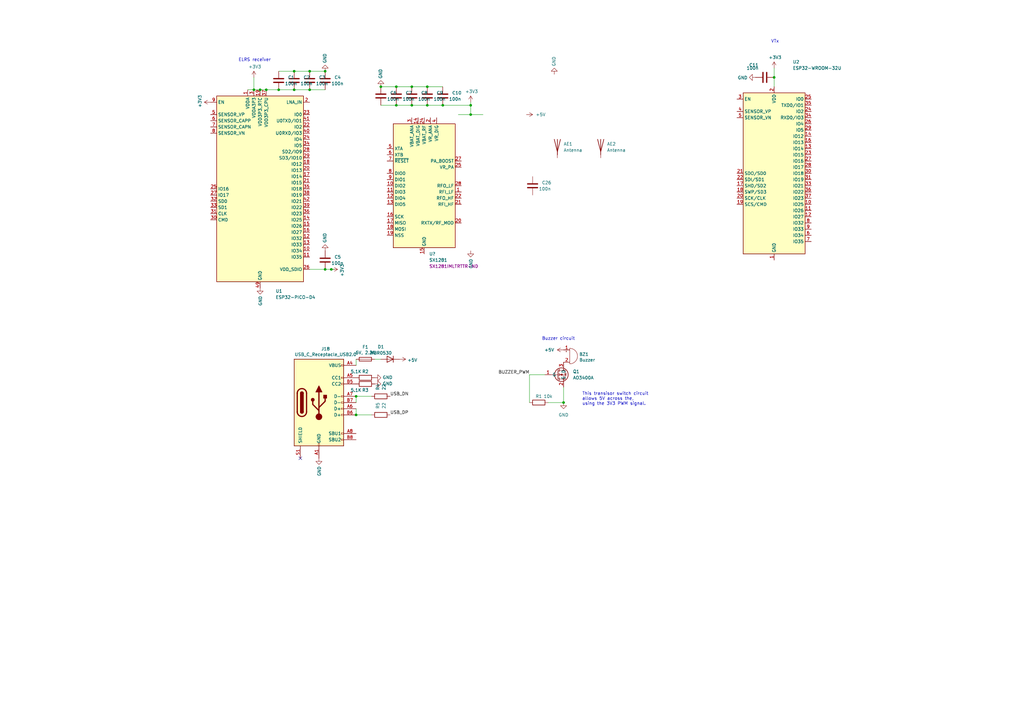
<source format=kicad_sch>
(kicad_sch (version 20211123) (generator eeschema)
  (paper "A3")
  (lib_symbols
    (symbol "Anyleaf_Shared:AO3400A"
      (property "Reference" "Q" (at 5.08 1.905 0))
      (property "Value" "AO3400A" (at 5.08 0 0))
      (symbol "AO3400A_0_1"
        (polyline (pts (xy 0.254 0) (xy -2.54 0)))
        (polyline (pts (xy 0.254 1.905) (xy 0.254 -1.905)) (stroke (width 0.254)))
        (polyline (pts (xy 0.762 -1.27) (xy 0.762 -2.286)) (stroke (width 0.254)))
        (polyline (pts (xy 0.762 0.508) (xy 0.762 -0.508)) (stroke (width 0.254)))
        (polyline (pts (xy 0.762 2.286) (xy 0.762 1.27)) (stroke (width 0.254)))
        (polyline (pts (xy 2.54 2.54) (xy 2.54 1.778)))
        (polyline (pts (xy 2.54 -2.54) (xy 2.54 0) (xy 0.762 0)))
        (polyline (pts (xy 0.762 -1.778) (xy 3.302 -1.778) (xy 3.302 1.778) (xy 0.762 1.778)))
        (polyline (pts (xy 1.016 0) (xy 2.032 0.381) (xy 2.032 -0.381) (xy 1.016 0)) (fill (type outline)))
        (polyline (pts (xy 2.794 0.508) (xy 2.921 0.381) (xy 3.683 0.381) (xy 3.81 0.254)))
        (polyline (pts (xy 3.302 0.381) (xy 2.921 -0.254) (xy 3.683 -0.254) (xy 3.302 0.381)))
        (circle (center 1.651 0) (radius 2.794) (stroke (width 0.254)))
        (circle (center 2.54 -1.778) (radius 0.254) (fill (type outline)))
        (circle (center 2.54 1.778) (radius 0.254) (fill (type outline)))
      )
      (symbol "AO3400A_1_1"
        (pin passive line (at -5.08 0 0) (length 2.54) (name "G") (number "1"))
        (pin passive line (at 2.54 -5.08 90) (length 2.54) (name "S") (number "2"))
        (pin passive line (at 2.54 5.08 270) (length 2.54) (name "D") (number "3"))
      )
    )
    (symbol "Anyleaf_Shared:SX1281"
      (property "Reference" "U" (at 13.97 24.13 0))
      (property "Value" "SX1281" (at 13.97 21.59 0))
      (property "Digikey" "SX1281IMLTRTTR-ND" (at 0 0 0))
      (symbol "SX1281_0_1"
        (rectangle (start -12.7 25.4) (end 12.7 -25.4) (stroke (width 0.254)) (fill (type background)))
      )
      (symbol "SX1281_1_1"
        (pin input line (at 15.24 -2.54 180) (length 2.54) (name "RFI_LF") (number "1"))
        (pin bidirectional line (at -15.24 0 0) (length 2.54) (name "DIO2") (number "10"))
        (pin bidirectional line (at -15.24 -2.54 0) (length 2.54) (name "DIO3") (number "11"))
        (pin bidirectional line (at -15.24 -5.08 0) (length 2.54) (name "DIO4") (number "12"))
        (pin bidirectional line (at -15.24 -7.62 0) (length 2.54) (name "DIO5") (number "13"))
        (pin power_in line (at -2.54 27.94 270) (length 2.54) (name "VBAT_DIG") (number "14"))
        (pin power_in line (at 0 -27.94 90) (length 2.54) (name "GND") (number "15"))
        (pin input line (at -15.24 -12.7 0) (length 2.54) (name "SCK") (number "16"))
        (pin output line (at -15.24 -15.24 0) (length 2.54) (name "MISO") (number "17"))
        (pin input line (at -15.24 -17.78 0) (length 2.54) (name "MOSI") (number "18"))
        (pin input line (at -15.24 -20.32 0) (length 2.54) (name "NSS") (number "19"))
        (pin power_in line (at 2.54 27.94 270) (length 2.54) (name "VR_ANA") (number "2"))
        (pin output line (at 15.24 -15.24 180) (length 2.54) (name "RXTX/RF_MOD") (number "20"))
        (pin input line (at 15.24 -7.62 180) (length 2.54) (name "RFI_HF") (number "21"))
        (pin output line (at 15.24 -5.08 180) (length 2.54) (name "RFO_HF") (number "22"))
        (pin passive line (at 0 -27.94 90) (length 2.54) hide (name "GND") (number "23"))
        (pin power_in line (at 0 27.94 270) (length 2.54) (name "VBAT_RF") (number "24"))
        (pin power_out line (at 15.24 7.62 180) (length 2.54) (name "VR_PA") (number "25"))
        (pin passive line (at 0 -27.94 90) (length 2.54) hide (name "GND") (number "26"))
        (pin power_out line (at 15.24 10.16 180) (length 2.54) (name "PA_BOOST") (number "27"))
        (pin output line (at 15.24 0 180) (length 2.54) (name "RFO_LF") (number "28"))
        (pin passive line (at 0 -27.94 90) (length 2.54) hide (name "GND") (number "29"))
        (pin power_in line (at -5.08 27.94 270) (length 2.54) (name "VBAT_ANA") (number "3"))
        (pin power_in line (at 5.08 27.94 270) (length 2.54) (name "VR_DIG") (number "4"))
        (pin bidirectional line (at -15.24 15.24 0) (length 2.54) (name "XTA") (number "5"))
        (pin bidirectional line (at -15.24 12.7 0) (length 2.54) (name "XTB") (number "6"))
        (pin input line (at -15.24 10.16 0) (length 2.54) (name "~{RESET}") (number "7"))
        (pin bidirectional line (at -15.24 5.08 0) (length 2.54) (name "DIO0") (number "8"))
        (pin bidirectional line (at -15.24 2.54 0) (length 2.54) (name "DIO1") (number "9"))
      )
    )
    (symbol "Connector:USB_C_Receptacle_USB2.0" (pin_names (offset 1.016))
      (property "Reference" "J" (at -10.16 19.05 0))
      (property "Value" "USB_C_Receptacle_USB2.0" (at 19.05 19.05 0))
      (symbol "USB_C_Receptacle_USB2.0_0_0"
        (rectangle (start -0.254 -17.78) (end 0.254 -16.764))
        (rectangle (start 10.16 -14.986) (end 9.144 -15.494))
        (rectangle (start 10.16 -12.446) (end 9.144 -12.954))
        (rectangle (start 10.16 -4.826) (end 9.144 -5.334))
        (rectangle (start 10.16 -2.286) (end 9.144 -2.794))
        (rectangle (start 10.16 0.254) (end 9.144 -0.254))
        (rectangle (start 10.16 2.794) (end 9.144 2.286))
        (rectangle (start 10.16 7.874) (end 9.144 7.366))
        (rectangle (start 10.16 10.414) (end 9.144 9.906))
        (rectangle (start 10.16 15.494) (end 9.144 14.986))
      )
      (symbol "USB_C_Receptacle_USB2.0_0_1"
        (rectangle (start -10.16 17.78) (end 10.16 -17.78) (stroke (width 0.254)) (fill (type background)))
        (arc (start -8.89 -3.81) (mid -6.985 -5.715) (end -5.08 -3.81) (stroke (width 0.508)))
        (arc (start -7.62 -3.81) (mid -6.985 -4.445) (end -6.35 -3.81) (stroke (width 0.254)))
        (arc (start -7.62 -3.81) (mid -6.985 -4.445) (end -6.35 -3.81) (stroke (width 0.254)) (fill (type outline)))
        (rectangle (start -7.62 -3.81) (end -6.35 3.81) (stroke (width 0.254)) (fill (type outline)))
        (arc (start -6.35 3.81) (mid -6.985 4.445) (end -7.62 3.81) (stroke (width 0.254)))
        (arc (start -6.35 3.81) (mid -6.985 4.445) (end -7.62 3.81) (stroke (width 0.254)) (fill (type outline)))
        (arc (start -5.08 3.81) (mid -6.985 5.715) (end -8.89 3.81) (stroke (width 0.508)))
        (circle (center -2.54 1.143) (radius 0.635) (stroke (width 0.254)) (fill (type outline)))
        (circle (center 0 -5.842) (radius 1.27) (fill (type outline)))
        (polyline (pts (xy -8.89 -3.81) (xy -8.89 3.81)) (stroke (width 0.508)))
        (polyline (pts (xy -5.08 3.81) (xy -5.08 -3.81)) (stroke (width 0.508)))
        (polyline (pts (xy 0 -5.842) (xy 0 4.318)) (stroke (width 0.508)))
        (polyline (pts (xy 0 -3.302) (xy -2.54 -0.762) (xy -2.54 0.508)) (stroke (width 0.508)))
        (polyline (pts (xy 0 -2.032) (xy 2.54 0.508) (xy 2.54 1.778)) (stroke (width 0.508)))
        (polyline (pts (xy -1.27 4.318) (xy 0 6.858) (xy 1.27 4.318) (xy -1.27 4.318)) (stroke (width 0.254)) (fill (type outline)))
        (rectangle (start 1.905 1.778) (end 3.175 3.048) (stroke (width 0.254)) (fill (type outline)))
      )
      (symbol "USB_C_Receptacle_USB2.0_1_1"
        (pin passive line (at 0 -22.86 90) (length 5.08) (name "GND") (number "A1"))
        (pin passive line (at 0 -22.86 90) (length 5.08) hide (name "GND") (number "A12"))
        (pin passive line (at 15.24 15.24 180) (length 5.08) (name "VBUS") (number "A4"))
        (pin bidirectional line (at 15.24 10.16 180) (length 5.08) (name "CC1") (number "A5"))
        (pin bidirectional line (at 15.24 -2.54 180) (length 5.08) (name "D+") (number "A6"))
        (pin bidirectional line (at 15.24 2.54 180) (length 5.08) (name "D-") (number "A7"))
        (pin bidirectional line (at 15.24 -12.7 180) (length 5.08) (name "SBU1") (number "A8"))
        (pin passive line (at 15.24 15.24 180) (length 5.08) hide (name "VBUS") (number "A9"))
        (pin passive line (at 0 -22.86 90) (length 5.08) hide (name "GND") (number "B1"))
        (pin passive line (at 0 -22.86 90) (length 5.08) hide (name "GND") (number "B12"))
        (pin passive line (at 15.24 15.24 180) (length 5.08) hide (name "VBUS") (number "B4"))
        (pin bidirectional line (at 15.24 7.62 180) (length 5.08) (name "CC2") (number "B5"))
        (pin bidirectional line (at 15.24 -5.08 180) (length 5.08) (name "D+") (number "B6"))
        (pin bidirectional line (at 15.24 0 180) (length 5.08) (name "D-") (number "B7"))
        (pin bidirectional line (at 15.24 -15.24 180) (length 5.08) (name "SBU2") (number "B8"))
        (pin passive line (at 15.24 15.24 180) (length 5.08) hide (name "VBUS") (number "B9"))
        (pin passive line (at -7.62 -22.86 90) (length 5.08) (name "SHIELD") (number "S1"))
      )
    )
    (symbol "Device:Antenna" (pin_numbers hide) (pin_names (offset 1.016) hide)
      (property "Reference" "AE" (at -1.905 1.905 0))
      (property "Value" "Antenna" (at -1.905 0 0))
      (symbol "Antenna_0_1"
        (polyline (pts (xy 0 2.54) (xy 0 -3.81)) (stroke (width 0.254)))
        (polyline (pts (xy 1.27 2.54) (xy 0 -2.54) (xy -1.27 2.54)) (stroke (width 0.254)))
      )
      (symbol "Antenna_1_1"
        (pin input line (at 0 -5.08 90) (length 2.54) (name "A") (number "1"))
      )
    )
    (symbol "Device:Buzzer" (pin_names (offset 0.0254) hide)
      (property "Reference" "BZ" (at 3.81 1.27 0))
      (property "Value" "Buzzer" (at 3.81 -1.27 0))
      (symbol "Buzzer_0_1"
        (arc (start 0 -3.175) (mid 3.175 0) (end 0 3.175))
        (polyline (pts (xy -1.651 1.905) (xy -1.143 1.905)))
        (polyline (pts (xy -1.397 2.159) (xy -1.397 1.651)))
        (polyline (pts (xy 0 3.175) (xy 0 -3.175)))
      )
      (symbol "Buzzer_1_1"
        (pin passive line (at -2.54 2.54 0) (length 2.54) (name "-") (number "1"))
        (pin passive line (at -2.54 -2.54 0) (length 2.54) (name "+") (number "2"))
      )
    )
    (symbol "Device:C" (pin_numbers hide) (pin_names (offset 0.254))
      (property "Reference" "C" (at 0.635 2.54 0))
      (property "Value" "C" (at 0.635 -2.54 0))
      (symbol "C_0_1"
        (polyline (pts (xy -2.032 -0.762) (xy 2.032 -0.762)) (stroke (width 0.508)))
        (polyline (pts (xy -2.032 0.762) (xy 2.032 0.762)) (stroke (width 0.508)))
      )
      (symbol "C_1_1"
        (pin passive line (at 0 3.81 270) (length 2.794) (name "~") (number "1"))
        (pin passive line (at 0 -3.81 90) (length 2.794) (name "~") (number "2"))
      )
    )
    (symbol "Device:D" (pin_numbers hide) (pin_names (offset 1.016) hide)
      (property "Reference" "D" (at 0 2.54 0))
      (property "Value" "D" (at 0 -2.54 0))
      (symbol "D_0_1"
        (polyline (pts (xy -1.27 1.27) (xy -1.27 -1.27)) (stroke (width 0.254)))
        (polyline (pts (xy 1.27 0) (xy -1.27 0)))
        (polyline (pts (xy 1.27 1.27) (xy 1.27 -1.27) (xy -1.27 0) (xy 1.27 1.27)) (stroke (width 0.254)))
      )
      (symbol "D_1_1"
        (pin passive line (at -3.81 0 0) (length 2.54) (name "K") (number "1"))
        (pin passive line (at 3.81 0 180) (length 2.54) (name "A") (number "2"))
      )
    )
    (symbol "Device:Fuse" (pin_numbers hide) (pin_names (offset 0))
      (property "Reference" "F" (at 2.032 0 90))
      (property "Value" "Fuse" (at -1.905 0 90))
      (symbol "Fuse_0_1"
        (rectangle (start -0.762 -2.54) (end 0.762 2.54) (stroke (width 0.254)))
        (polyline (pts (xy 0 2.54) (xy 0 -2.54)))
      )
      (symbol "Fuse_1_1"
        (pin passive line (at 0 3.81 270) (length 1.27) (name "~") (number "1"))
        (pin passive line (at 0 -3.81 90) (length 1.27) (name "~") (number "2"))
      )
    )
    (symbol "Device:R" (pin_numbers hide) (pin_names (offset 0))
      (property "Reference" "R" (at 2.032 0 90))
      (property "Value" "R" (at 0 0 90))
      (symbol "R_0_1"
        (rectangle (start -1.016 -2.54) (end 1.016 2.54) (stroke (width 0.254)))
      )
      (symbol "R_1_1"
        (pin passive line (at 0 3.81 270) (length 1.27) (name "~") (number "1"))
        (pin passive line (at 0 -3.81 90) (length 1.27) (name "~") (number "2"))
      )
    )
    (symbol "RF_Module:ESP32-PICO-D4"
      (property "Reference" "U" (at -17.78 39.37 0))
      (property "Value" "ESP32-PICO-D4" (at 3.81 39.37 0))
      (symbol "ESP32-PICO-D4_0_0"
        (pin power_in line (at -5.08 40.64 270) (length 2.54) (name "VDDA") (number "1"))
        (pin input line (at 20.32 -25.4 180) (length 2.54) (name "IO34") (number "10"))
        (pin input line (at 20.32 -27.94 180) (length 2.54) (name "IO35") (number "11"))
        (pin bidirectional line (at 20.32 -20.32 180) (length 2.54) (name "IO32") (number "12"))
        (pin bidirectional line (at 20.32 -22.86 180) (length 2.54) (name "IO33") (number "13"))
        (pin bidirectional line (at 20.32 -12.7 180) (length 2.54) (name "IO25") (number "14"))
        (pin bidirectional line (at 20.32 -15.24 180) (length 2.54) (name "IO26") (number "15"))
        (pin bidirectional line (at 20.32 -17.78 180) (length 2.54) (name "IO27") (number "16"))
        (pin bidirectional line (at 20.32 5.08 180) (length 2.54) (name "IO14") (number "17"))
        (pin bidirectional line (at 20.32 10.16 180) (length 2.54) (name "IO12") (number "18"))
        (pin power_in line (at 0 40.64 270) (length 2.54) (name "VDD3P3_RTC") (number "19"))
        (pin bidirectional line (at 20.32 35.56 180) (length 2.54) (name "LNA_IN") (number "2"))
        (pin bidirectional line (at 20.32 7.62 180) (length 2.54) (name "IO13") (number "20"))
        (pin bidirectional line (at 20.32 2.54 180) (length 2.54) (name "IO15") (number "21"))
        (pin bidirectional line (at 20.32 25.4 180) (length 2.54) (name "IO2") (number "22"))
        (pin bidirectional line (at 20.32 30.48 180) (length 2.54) (name "IO0") (number "23"))
        (pin bidirectional line (at 20.32 20.32 180) (length 2.54) (name "IO4") (number "24"))
        (pin bidirectional line (at -20.32 0 0) (length 2.54) (name "IO16") (number "25"))
        (pin power_out line (at 20.32 -33.02 180) (length 2.54) (name "VDD_SDIO") (number "26"))
        (pin bidirectional line (at -20.32 -2.54 0) (length 2.54) (name "IO17") (number "27"))
        (pin bidirectional line (at 20.32 15.24 180) (length 2.54) (name "SD2/IO9") (number "28"))
        (pin bidirectional line (at 20.32 12.7 180) (length 2.54) (name "SD3/IO10") (number "29"))
        (pin power_in line (at -2.54 40.64 270) (length 2.54) (name "VDDA3P3") (number "3"))
        (pin bidirectional line (at -20.32 -12.7 0) (length 2.54) (name "CMD") (number "30"))
        (pin bidirectional line (at -20.32 -10.16 0) (length 2.54) (name "CLK") (number "31"))
        (pin bidirectional line (at -20.32 -5.08 0) (length 2.54) (name "SD0") (number "32"))
        (pin bidirectional line (at -20.32 -7.62 0) (length 2.54) (name "SD1") (number "33"))
        (pin bidirectional line (at 20.32 17.78 180) (length 2.54) (name "IO5") (number "34"))
        (pin bidirectional line (at 20.32 0 180) (length 2.54) (name "IO18") (number "35"))
        (pin bidirectional line (at 20.32 -10.16 180) (length 2.54) (name "IO23") (number "36"))
        (pin power_in line (at 2.54 40.64 270) (length 2.54) (name "VDD3P3_CPU") (number "37"))
        (pin bidirectional line (at 20.32 -2.54 180) (length 2.54) (name "IO19") (number "38"))
        (pin bidirectional line (at 20.32 -7.62 180) (length 2.54) (name "IO22") (number "39"))
        (pin passive line (at -2.54 40.64 270) (length 2.54) hide (name "VDDA3P3") (number "4"))
        (pin bidirectional line (at 20.32 22.86 180) (length 2.54) (name "U0RXD/IO3") (number "40"))
        (pin bidirectional line (at 20.32 27.94 180) (length 2.54) (name "U0TXD/IO1") (number "41"))
        (pin bidirectional line (at 20.32 -5.08 180) (length 2.54) (name "IO21") (number "42"))
        (pin passive line (at -5.08 40.64 270) (length 2.54) hide (name "VDDA") (number "43"))
        (pin no_connect line (at -17.78 -25.4 0) (length 2.54) hide (name "XTAL_N_NC") (number "44"))
        (pin no_connect line (at -17.78 -27.94 0) (length 2.54) hide (name "XTAL_P_NC") (number "45"))
        (pin passive line (at -5.08 40.64 270) (length 2.54) hide (name "VDDA") (number "46"))
        (pin no_connect line (at -17.78 -30.48 0) (length 2.54) hide (name "CAP2_NC") (number "47"))
        (pin no_connect line (at -17.78 -33.02 0) (length 2.54) hide (name "CAP1_NC") (number "48"))
        (pin power_in line (at 0 -40.64 90) (length 2.54) (name "GND") (number "49"))
        (pin input line (at -20.32 30.48 0) (length 2.54) (name "SENSOR_VP") (number "5"))
        (pin input line (at -20.32 27.94 0) (length 2.54) (name "SENSOR_CAPP") (number "6"))
        (pin input line (at -20.32 25.4 0) (length 2.54) (name "SENSOR_CAPN") (number "7"))
        (pin input line (at -20.32 22.86 0) (length 2.54) (name "SENSOR_VN") (number "8"))
        (pin input line (at -20.32 35.56 0) (length 2.54) (name "EN") (number "9"))
      )
      (symbol "ESP32-PICO-D4_0_1"
        (rectangle (start -17.78 38.1) (end 17.78 -38.1) (stroke (width 0.254)) (fill (type background)))
      )
    )
    (symbol "RF_Module:ESP32-WROOM-32U"
      (property "Reference" "U" (at -12.7 34.29 0))
      (property "Value" "ESP32-WROOM-32U" (at 1.27 34.29 0))
      (symbol "ESP32-WROOM-32U_0_1"
        (rectangle (start -12.7 33.02) (end 12.7 -33.02) (stroke (width 0.254)) (fill (type background)))
      )
      (symbol "ESP32-WROOM-32U_1_1"
        (pin power_in line (at 0 -35.56 90) (length 2.54) (name "GND") (number "1"))
        (pin bidirectional line (at 15.24 -12.7 180) (length 2.54) (name "IO25") (number "10"))
        (pin bidirectional line (at 15.24 -15.24 180) (length 2.54) (name "IO26") (number "11"))
        (pin bidirectional line (at 15.24 -17.78 180) (length 2.54) (name "IO27") (number "12"))
        (pin bidirectional line (at 15.24 10.16 180) (length 2.54) (name "IO14") (number "13"))
        (pin bidirectional line (at 15.24 15.24 180) (length 2.54) (name "IO12") (number "14"))
        (pin passive line (at 0 -35.56 90) (length 2.54) hide (name "GND") (number "15"))
        (pin bidirectional line (at 15.24 12.7 180) (length 2.54) (name "IO13") (number "16"))
        (pin bidirectional line (at -15.24 -5.08 0) (length 2.54) (name "SHD/SD2") (number "17"))
        (pin bidirectional line (at -15.24 -7.62 0) (length 2.54) (name "SWP/SD3") (number "18"))
        (pin bidirectional line (at -15.24 -12.7 0) (length 2.54) (name "SCS/CMD") (number "19"))
        (pin power_in line (at 0 35.56 270) (length 2.54) (name "VDD") (number "2"))
        (pin bidirectional line (at -15.24 -10.16 0) (length 2.54) (name "SCK/CLK") (number "20"))
        (pin bidirectional line (at -15.24 0 0) (length 2.54) (name "SDO/SD0") (number "21"))
        (pin bidirectional line (at -15.24 -2.54 0) (length 2.54) (name "SDI/SD1") (number "22"))
        (pin bidirectional line (at 15.24 7.62 180) (length 2.54) (name "IO15") (number "23"))
        (pin bidirectional line (at 15.24 25.4 180) (length 2.54) (name "IO2") (number "24"))
        (pin bidirectional line (at 15.24 30.48 180) (length 2.54) (name "IO0") (number "25"))
        (pin bidirectional line (at 15.24 20.32 180) (length 2.54) (name "IO4") (number "26"))
        (pin bidirectional line (at 15.24 5.08 180) (length 2.54) (name "IO16") (number "27"))
        (pin bidirectional line (at 15.24 2.54 180) (length 2.54) (name "IO17") (number "28"))
        (pin bidirectional line (at 15.24 17.78 180) (length 2.54) (name "IO5") (number "29"))
        (pin input line (at -15.24 30.48 0) (length 2.54) (name "EN") (number "3"))
        (pin bidirectional line (at 15.24 0 180) (length 2.54) (name "IO18") (number "30"))
        (pin bidirectional line (at 15.24 -2.54 180) (length 2.54) (name "IO19") (number "31"))
        (pin no_connect line (at -12.7 -27.94 0) (length 2.54) hide (name "NC") (number "32"))
        (pin bidirectional line (at 15.24 -5.08 180) (length 2.54) (name "IO21") (number "33"))
        (pin bidirectional line (at 15.24 22.86 180) (length 2.54) (name "RXD0/IO3") (number "34"))
        (pin bidirectional line (at 15.24 27.94 180) (length 2.54) (name "TXD0/IO1") (number "35"))
        (pin bidirectional line (at 15.24 -7.62 180) (length 2.54) (name "IO22") (number "36"))
        (pin bidirectional line (at 15.24 -10.16 180) (length 2.54) (name "IO23") (number "37"))
        (pin passive line (at 0 -35.56 90) (length 2.54) hide (name "GND") (number "38"))
        (pin passive line (at 0 -35.56 90) (length 2.54) hide (name "GND") (number "39"))
        (pin input line (at -15.24 25.4 0) (length 2.54) (name "SENSOR_VP") (number "4"))
        (pin input line (at -15.24 22.86 0) (length 2.54) (name "SENSOR_VN") (number "5"))
        (pin input line (at 15.24 -25.4 180) (length 2.54) (name "IO34") (number "6"))
        (pin input line (at 15.24 -27.94 180) (length 2.54) (name "IO35") (number "7"))
        (pin bidirectional line (at 15.24 -20.32 180) (length 2.54) (name "IO32") (number "8"))
        (pin bidirectional line (at 15.24 -22.86 180) (length 2.54) (name "IO33") (number "9"))
      )
    )
    (symbol "power:+3.3V" (power) (pin_names (offset 0))
      (property "Value" "+3.3V" (at 0 3.556 0))
      (symbol "+3.3V_0_1"
        (polyline (pts (xy -0.762 1.27) (xy 0 2.54)))
        (polyline (pts (xy 0 0) (xy 0 2.54)))
        (polyline (pts (xy 0 2.54) (xy 0.762 1.27)))
      )
      (symbol "+3.3V_1_1"
        (pin power_in line (at 0 0 90) (length 0) hide (name "+3V3") (number "1"))
      )
    )
    (symbol "power:+5V" (power) (pin_names (offset 0))
      (property "Value" "+5V" (at 0 3.556 0))
      (symbol "+5V_0_1"
        (polyline (pts (xy -0.762 1.27) (xy 0 2.54)))
        (polyline (pts (xy 0 0) (xy 0 2.54)))
        (polyline (pts (xy 0 2.54) (xy 0.762 1.27)))
      )
      (symbol "+5V_1_1"
        (pin power_in line (at 0 0 90) (length 0) hide (name "+5V") (number "1"))
      )
    )
    (symbol "power:GND" (power) (pin_names (offset 0))
      (property "Value" "GND" (at 0 -3.81 0))
      (symbol "GND_0_1"
        (polyline (pts (xy 0 0) (xy 0 -1.27) (xy 1.27 -1.27) (xy 0 -2.54) (xy -1.27 -1.27) (xy 0 -1.27)))
      )
      (symbol "GND_1_1"
        (pin power_in line (at 0 0 270) (length 0) hide (name "GND") (number "1"))
      )
    )
  )
  (junction (at 317.5 31.75))
  (junction (at 120.65 29.21))
  (junction (at 120.65 36.83))
  (junction (at 181.61 43.18))
  (junction (at 135.89 110.49))
  (junction (at 156.21 35.56))
  (junction (at 231.14 165.1))
  (junction (at 193.04 46.99))
  (junction (at 168.91 43.18))
  (junction (at 162.56 35.56))
  (junction (at 146.05 162.56))
  (junction (at 193.04 43.18))
  (junction (at 109.22 36.83))
  (junction (at 133.35 29.21))
  (junction (at 133.35 110.49))
  (junction (at 175.26 35.56))
  (junction (at 104.14 36.83))
  (junction (at 175.26 43.18))
  (junction (at 146.05 170.18))
  (junction (at 168.91 35.56))
  (junction (at 114.3 36.83))
  (junction (at 106.68 36.83))
  (junction (at 127 36.83))
  (junction (at 127 29.21))
  (junction (at 162.56 43.18))
  (no_connect (at 123.19 187.96))
  (wire (pts (xy 168.91 35.56) (xy 175.26 35.56)))
  (wire (pts (xy 156.21 147.32) (xy 153.67 147.32)))
  (wire (pts (xy 146.05 162.56) (xy 146.05 165.1)))
  (wire (pts (xy 127 110.49) (xy 133.35 110.49)))
  (wire (pts (xy 217.17 153.67) (xy 217.17 165.1)))
  (wire (pts (xy 152.4 170.18) (xy 146.05 170.18)))
  (wire (pts (xy 104.14 31.75) (xy 104.14 36.83)))
  (wire (pts (xy 114.3 36.83) (xy 120.65 36.83)))
  (wire (pts (xy 120.65 29.21) (xy 127 29.21)))
  (wire (pts (xy 162.56 35.56) (xy 168.91 35.56)))
  (wire (pts (xy 193.04 41.91) (xy 193.04 43.18)))
  (wire (pts (xy 109.22 36.83) (xy 114.3 36.83)))
  (wire (pts (xy 162.56 43.18) (xy 168.91 43.18)))
  (wire (pts (xy 104.14 36.83) (xy 106.68 36.83)))
  (wire (pts (xy 187.96 46.99) (xy 193.04 46.99)))
  (wire (pts (xy 127 36.83) (xy 133.35 36.83)))
  (wire (pts (xy 181.61 43.18) (xy 193.04 43.18)))
  (wire (pts (xy 175.26 35.56) (xy 181.61 35.56)))
  (wire (pts (xy 175.26 43.18) (xy 181.61 43.18)))
  (wire (pts (xy 193.04 43.18) (xy 193.04 46.99)))
  (wire (pts (xy 101.6 36.83) (xy 104.14 36.83)))
  (wire (pts (xy 317.5 27.94) (xy 317.5 31.75)))
  (wire (pts (xy 127 29.21) (xy 133.35 29.21)))
  (wire (pts (xy 317.5 31.75) (xy 317.5 35.56)))
  (wire (pts (xy 193.04 46.99) (xy 198.12 46.99)))
  (wire (pts (xy 146.05 167.64) (xy 146.05 170.18)))
  (wire (pts (xy 106.68 36.83) (xy 109.22 36.83)))
  (wire (pts (xy 135.89 110.49) (xy 137.16 110.49)))
  (wire (pts (xy 114.3 29.21) (xy 120.65 29.21)))
  (wire (pts (xy 217.17 153.67) (xy 223.52 153.67)))
  (wire (pts (xy 224.79 165.1) (xy 231.14 165.1)))
  (wire (pts (xy 133.35 110.49) (xy 135.89 110.49)))
  (wire (pts (xy 168.91 43.18) (xy 175.26 43.18)))
  (wire (pts (xy 156.21 43.18) (xy 162.56 43.18)))
  (wire (pts (xy 120.65 36.83) (xy 127 36.83)))
  (wire (pts (xy 156.21 35.56) (xy 162.56 35.56)))
  (wire (pts (xy 146.05 149.86) (xy 146.05 147.32)))
  (wire (pts (xy 231.14 158.75) (xy 231.14 165.1)))
  (wire (pts (xy 146.05 162.56) (xy 152.4 162.56)))
  (text "This transisor switch circuit\nallows 5V across the,\nusing the 3V3 PWM signal." (at 238.76 166.37 0) (effects (font (size 1.27 1.27)) (justify left bottom)))
  (text "VTx" (at 316.23 17.78 0) (effects (font (size 1.27 1.27)) (justify left bottom)))
  (text "Buzzer circuit" (at 222.25 139.7 0) (effects (font (size 1.27 1.27)) (justify left bottom)))
  (text "ELRS receiver" (at 97.79 25.4 0) (effects (font (size 1.27 1.27)) (justify left bottom)))
  (label "USB_DP" (at 160.02 170.18 0))
  (label "USB_DN" (at 160.02 162.56 0))
  (label "BUZZER_PWM" (at 217.17 153.67 180))
  (symbol (lib_id "Device:R") (at 156.21 170.18 90) (unit 1)
    (property "Reference" "R5" (at 154.94 166.37 0))
    (property "Value" "22" (at 157.48 166.37 0))
    (property "Footprint" "Resistor_SMD:R_0402_1005Metric" (effects hide))
    (property "LCSC" "C25092" (effects hide))
  )
  (symbol (lib_id "Device:C") (at 162.56 39.37 0) (unit 1)
    (property "Reference" "C7" (at 166.37 38.0999 0) (effects (justify left)))
    (property "Value" "100n" (at 165.1 40.64 0) (effects (justify left)))
    (property "Footprint" "Capacitor_SMD:C_0402_1005Metric" (effects hide))
    (property "LCSC" "C1525" (effects hide))
  )
  (symbol (lib_id "power:+3.3V") (at 193.04 41.91 0) (unit 1)
    (property "Reference" "#PWR0111" (effects hide))
    (property "Value" "+3.3V" (at 193.421 37.5158 0))
  )
  (symbol (lib_id "power:+3.3V") (at 104.14 31.75 0) (unit 1)
    (property "Reference" "#PWR0102" (effects hide))
    (property "Value" "+3.3V" (at 104.521 27.3558 0))
  )
  (symbol (lib_id "Device:Fuse") (at 149.86 147.32 270) (unit 1)
    (property "Reference" "F1" (at 149.86 142.3162 90))
    (property "Value" "6V, 2.2A" (at 149.86 144.6276 90))
    (property "Footprint" "Fuse:Fuse_0805_2012Metric" (effects hide))
    (property "LCSC" "C70062" (effects hide))
  )
  (symbol (lib_id "Device:C") (at 168.91 39.37 0) (unit 1)
    (property "Reference" "C8" (at 172.72 38.0999 0) (effects (justify left)))
    (property "Value" "100n" (at 171.45 40.64 0) (effects (justify left)))
    (property "Footprint" "Capacitor_SMD:C_0402_1005Metric" (effects hide))
    (property "LCSC" "C1525" (effects hide))
  )
  (symbol (lib_id "Device:C") (at 313.69 31.75 90) (unit 1)
    (property "Reference" "C11" (at 311.15 26.67 90) (effects (justify left)))
    (property "Value" "100n" (at 311.15 27.94 90) (effects (justify left)))
    (property "Footprint" "Capacitor_SMD:C_0402_1005Metric" (effects hide))
    (property "LCSC" "C1525" (effects hide))
  )
  (symbol (lib_id "Device:C") (at 218.44 76.2 0) (unit 1)
    (property "Reference" "C26" (at 222.25 74.9299 0) (effects (justify left)))
    (property "Value" "100n" (at 220.98 77.47 0) (effects (justify left)))
    (property "Footprint" "Capacitor_SMD:C_0402_1005Metric" (effects hide))
    (property "LCSC" "C1525" (effects hide))
  )
  (symbol (lib_id "power:GND") (at 309.88 31.75 270) (unit 1)
    (property "Reference" "#PWR0112" (effects hide))
    (property "Value" "GND" (at 306.6288 31.877 90) (effects (justify right)))
  )
  (symbol (lib_id "power:GND") (at 231.14 165.1 0) (unit 1)
    (property "Reference" "#PWR0105" (effects hide))
    (property "Value" "GND" (at 231.14 170.18 0))
  )
  (symbol (lib_id "Device:C") (at 181.61 39.37 0) (unit 1)
    (property "Reference" "C10" (at 185.42 38.0999 0) (effects (justify left)))
    (property "Value" "100n" (at 184.15 40.64 0) (effects (justify left)))
    (property "Footprint" "Capacitor_SMD:C_0402_1005Metric" (effects hide))
    (property "LCSC" "C1525" (effects hide))
  )
  (symbol (lib_id "Device:C") (at 127 33.02 0) (unit 1)
    (property "Reference" "C3" (at 130.81 31.7499 0) (effects (justify left)))
    (property "Value" "100n" (at 129.54 34.29 0) (effects (justify left)))
    (property "Footprint" "Capacitor_SMD:C_0402_1005Metric" (effects hide))
    (property "LCSC" "C1525" (effects hide))
  )
  (symbol (lib_id "power:+3.3V") (at 135.89 110.49 270) (unit 1)
    (property "Reference" "#PWR0101" (effects hide))
    (property "Value" "+3.3V" (at 140.2842 110.871 0))
  )
  (symbol (lib_id "power:GND") (at 153.67 154.94 90) (unit 1)
    (property "Reference" "#PWR0126" (effects hide))
    (property "Value" "GND" (at 156.9212 154.813 90) (effects (justify right)))
  )
  (symbol (lib_id "power:GND") (at 227.33 30.48 180) (unit 1)
    (property "Reference" "#PWR0109" (effects hide))
    (property "Value" "GND" (at 227.203 27.2288 90) (effects (justify right)))
  )
  (symbol (lib_id "power:GND") (at 156.21 35.56 180) (unit 1)
    (property "Reference" "#PWR0108" (effects hide))
    (property "Value" "GND" (at 156.083 32.3088 90) (effects (justify right)))
  )
  (symbol (lib_id "power:+5V") (at 163.83 147.32 270) (unit 1)
    (property "Reference" "#PWR0132" (effects hide))
    (property "Value" "+5V" (at 167.0812 147.701 90) (effects (justify left)))
  )
  (symbol (lib_id "Device:Buzzer") (at 233.68 146.05 0) (unit 1)
    (property "Reference" "BZ1" (at 237.5408 145.3134 0) (effects (justify left)))
    (property "Value" "Buzzer" (at 237.5408 147.6248 0) (effects (justify left)))
    (property "Footprint" "Anyleaf_Shared:Buzzer_MLT-7525" (effects hide))
    (property "Datasheet" "https://datasheet.lcsc.com/lcsc/1811141116_Jiangsu-Huaneng-Elec-MLT-7525_C95299.pdf" (effects hide))
    (property "LCSC" "C95299 " (effects hide))
  )
  (symbol (lib_id "Device:R") (at 149.86 157.48 90) (unit 1)
    (property "Reference" "R3" (at 149.86 160.02 90))
    (property "Value" "5.1K" (at 146.05 160.02 90))
    (property "Footprint" "Resistor_SMD:R_0402_1005Metric" (effects hide))
    (property "LCSC" "C25905" (effects hide))
  )
  (symbol (lib_id "RF_Module:ESP32-PICO-D4") (at 106.68 77.47 0) (unit 1)
    (property "Reference" "U1" (at 113.03 119.38 0) (effects (justify left)))
    (property "Value" "ESP32-PICO-D4" (at 113.03 121.92 0) (effects (justify left)))
    (property "Footprint" "Package_DFN_QFN:QFN-48-1EP_7x7mm_P0.5mm_EP5.3x5.3mm" (effects hide))
    (property "Datasheet" "https://www.espressif.com/sites/default/files/documentation/esp32-pico-d4_datasheet_en.pdf" (effects hide))
    (property "LCSC" "C193707" (effects hide))
  )
  (symbol (lib_id "Device:R") (at 220.98 165.1 270) (unit 1)
    (property "Reference" "R1" (at 220.98 162.56 90))
    (property "Value" "10k" (at 224.79 162.56 90))
    (property "Footprint" "Resistor_SMD:R_0402_1005Metric" (effects hide))
    (property "LCSC" "C25744" (effects hide))
  )
  (symbol (lib_id "power:GND") (at 133.35 29.21 180) (unit 1)
    (property "Reference" "#PWR0170" (effects hide))
    (property "Value" "GND" (at 133.223 25.9588 90) (effects (justify right)))
  )
  (symbol (lib_id "power:+5V") (at 231.14 143.51 90) (unit 1)
    (property "Reference" "#PWR0106" (effects hide))
    (property "Value" "+5V" (at 227.33 143.5099 90) (effects (justify left)))
  )
  (symbol (lib_id "RF_Module:ESP32-WROOM-32U") (at 317.5 71.12 0) (unit 1)
    (property "Reference" "U2" (at 325.12 25.4 0) (effects (justify left)))
    (property "Value" "ESP32-WROOM-32U" (at 325.12 27.94 0) (effects (justify left)))
    (property "Footprint" "RF_Module:ESP32-WROOM-32U" (effects hide))
    (property "Datasheet" "https://www.espressif.com/sites/default/files/documentation/esp32-wroom-32d_esp32-wroom-32u_datasheet_en.pdf" (effects hide))
  )
  (symbol (lib_id "power:+5V") (at 215.9 46.99 270) (unit 1)
    (property "Reference" "#PWR0110" (effects hide))
    (property "Value" "+5V" (at 219.71 46.9899 90) (effects (justify left)))
  )
  (symbol (lib_id "Anyleaf_Shared:SX1281") (at 173.99 76.2 0) (unit 1)
    (property "Reference" "U?" (at 176.0094 104.14 0) (effects (justify left)))
    (property "Value" "SX1281" (at 176.0094 106.68 0) (effects (justify left)))
    (property "Footprint" "Package_DFN_QFN:QFN-24-1EP_4x4mm_P0.5mm_EP2.6x2.6mm" (effects hide))
    (property "Datasheet" "https://semtech.my.salesforce.com/sfc/p/#E0000000JelG/a/2R0000001Rbr/6EfVZUorrpoKFfvaF_Fkpgp5kzjiNyiAbqcpqh9qSjE" (effects hide))
    (property "Digikey" "SX1281IMLTRTTR-ND" (at 176.0094 109.22 0) (effects (justify left)))
  )
  (symbol (lib_id "Device:Antenna") (at 246.38 59.69 0) (unit 1)
    (property "Reference" "AE2" (at 248.92 59.0549 0) (effects (justify left)))
    (property "Value" "Antenna" (at 248.92 61.5949 0) (effects (justify left)))
  )
  (symbol (lib_id "power:GND") (at 106.68 118.11 0) (unit 1)
    (property "Reference" "#PWR0103" (effects hide))
    (property "Value" "GND" (at 106.807 121.3612 90) (effects (justify right)))
  )
  (symbol (lib_id "power:GND") (at 133.35 102.87 180) (unit 1)
    (property "Reference" "#PWR0104" (effects hide))
    (property "Value" "GND" (at 133.223 99.6188 90) (effects (justify right)))
  )
  (symbol (lib_id "Anyleaf_Shared:AO3400A") (at 228.6 153.67 0) (unit 1)
    (property "Reference" "Q1" (at 234.95 152.3999 0) (effects (justify left)))
    (property "Value" "AO3400A" (at 234.95 154.9399 0) (effects (justify left)))
    (property "Footprint" "Package_TO_SOT_SMD:SOT-23" (effects hide))
    (property "Datasheet" "http://aosmd.com/pdfs/datasheet/AO3400a.pdf" (effects hide))
    (property "Digikey" "785-1000-1-ND" (effects hide))
    (property "LCSC" "C20917" (effects hide))
  )
  (symbol (lib_id "Device:C") (at 175.26 39.37 0) (unit 1)
    (property "Reference" "C9" (at 179.07 38.0999 0) (effects (justify left)))
    (property "Value" "100n" (at 177.8 40.64 0) (effects (justify left)))
    (property "Footprint" "Capacitor_SMD:C_0402_1005Metric" (effects hide))
    (property "LCSC" "C1525" (effects hide))
  )
  (symbol (lib_id "Device:R") (at 149.86 154.94 90) (unit 1)
    (property "Reference" "R2" (at 149.86 152.4 90))
    (property "Value" "5.1K" (at 146.05 152.4 90))
    (property "Footprint" "Resistor_SMD:R_0402_1005Metric" (effects hide))
    (property "LCSC" "C25905" (effects hide))
  )
  (symbol (lib_id "power:GND") (at 193.04 102.87 0) (unit 1)
    (property "Reference" "#PWR0107" (effects hide))
    (property "Value" "GND" (at 193.167 106.1212 90) (effects (justify right)))
  )
  (symbol (lib_id "Device:C") (at 156.21 39.37 0) (unit 1)
    (property "Reference" "C6" (at 160.02 38.0999 0) (effects (justify left)))
    (property "Value" "100n" (at 158.75 40.64 0) (effects (justify left)))
    (property "Footprint" "Capacitor_SMD:C_0402_1005Metric" (effects hide))
    (property "LCSC" "C1525" (effects hide))
  )
  (symbol (lib_id "power:+3.3V") (at 317.5 27.94 0) (unit 1)
    (property "Reference" "#PWR0113" (effects hide))
    (property "Value" "+3.3V" (at 317.881 23.5458 0))
  )
  (symbol (lib_id "Device:D") (at 160.02 147.32 180) (unit 1)
    (property "Reference" "D1" (at 156.21 142.24 0))
    (property "Value" "MBR0530" (at 156.21 144.78 0))
    (property "Footprint" "Diode_SMD:D_SOD-123" (effects hide))
    (property "LCSC" "C82046" (effects hide))
  )
  (symbol (lib_id "Device:C") (at 114.3 33.02 0) (unit 1)
    (property "Reference" "C1" (at 118.11 31.7499 0) (effects (justify left)))
    (property "Value" "100n" (at 116.84 34.29 0) (effects (justify left)))
    (property "Footprint" "Capacitor_SMD:C_0402_1005Metric" (effects hide))
    (property "LCSC" "C1525" (effects hide))
  )
  (symbol (lib_id "Device:Antenna") (at 228.6 59.69 0) (unit 1)
    (property "Reference" "AE1" (at 231.14 59.0549 0) (effects (justify left)))
    (property "Value" "Antenna" (at 231.14 61.5949 0) (effects (justify left)))
  )
  (symbol (lib_id "Device:C") (at 133.35 106.68 0) (unit 1)
    (property "Reference" "C5" (at 137.16 105.4099 0) (effects (justify left)))
    (property "Value" "100n" (at 135.89 107.95 0) (effects (justify left)))
    (property "Footprint" "Capacitor_SMD:C_0402_1005Metric" (effects hide))
    (property "LCSC" "C1525" (effects hide))
  )
  (symbol (lib_id "power:GND") (at 130.81 187.96 0) (unit 1)
    (property "Reference" "#PWR0128" (effects hide))
    (property "Value" "GND" (at 130.937 191.2112 90) (effects (justify right)))
  )
  (symbol (lib_id "Device:C") (at 133.35 33.02 0) (unit 1)
    (property "Reference" "C4" (at 137.16 31.7499 0) (effects (justify left)))
    (property "Value" "100n" (at 135.89 34.29 0) (effects (justify left)))
    (property "Footprint" "Capacitor_SMD:C_0402_1005Metric" (effects hide))
    (property "LCSC" "C1525" (effects hide))
  )
  (symbol (lib_id "power:GND") (at 153.67 157.48 90) (unit 1)
    (property "Reference" "#PWR0129" (effects hide))
    (property "Value" "GND" (at 156.9212 157.353 90) (effects (justify right)))
  )
  (symbol (lib_id "Device:R") (at 156.21 162.56 90) (unit 1)
    (property "Reference" "R4" (at 154.94 158.75 0))
    (property "Value" "22" (at 157.48 158.75 0))
    (property "Footprint" "Resistor_SMD:R_0402_1005Metric" (effects hide))
    (property "LCSC" "C25092" (effects hide))
  )
  (symbol (lib_id "Device:C") (at 120.65 33.02 0) (unit 1)
    (property "Reference" "C2" (at 124.46 31.7499 0) (effects (justify left)))
    (property "Value" "100n" (at 123.19 34.29 0) (effects (justify left)))
    (property "Footprint" "Capacitor_SMD:C_0402_1005Metric" (effects hide))
    (property "LCSC" "C1525" (effects hide))
  )
  (symbol (lib_id "Connector:USB_C_Receptacle_USB2.0") (at 130.81 165.1 0) (unit 1)
    (property "Reference" "J18" (at 133.5278 143.0782 0))
    (property "Value" "USB_C_Receptacle_USB2.0" (at 133.5278 145.3896 0))
    (property "Footprint" "Connector_USB:USB_C_Receptacle_XKB_U262-16XN-4BVC11" (effects hide))
    (property "Datasheet" "https://datasheet.lcsc.com/lcsc/2108131830_Korean-Hroparts-Elec-TYPE-C-31-M-17_C283540.pdf" (effects hide))
    (property "LCSC" "C167321" (effects hide))
  )
  (symbol (lib_id "power:+3.3V") (at 86.36 41.91 90) (unit 1)
    (property "Reference" "#PWR0171" (effects hide))
    (property "Value" "+3.3V" (at 81.9658 41.529 0))
  )
)
</source>
